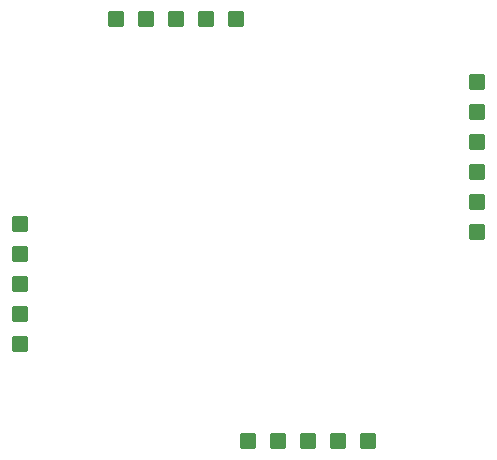
<source format=gbs>
G04 #@! TF.GenerationSoftware,KiCad,Pcbnew,8.0.0-rc1*
G04 #@! TF.CreationDate,2024-10-05T12:40:09+03:00*
G04 #@! TF.ProjectId,EC25_module,45433235-5f6d-46f6-9475-6c652e6b6963,rev?*
G04 #@! TF.SameCoordinates,Original*
G04 #@! TF.FileFunction,Soldermask,Bot*
G04 #@! TF.FilePolarity,Negative*
%FSLAX46Y46*%
G04 Gerber Fmt 4.6, Leading zero omitted, Abs format (unit mm)*
G04 Created by KiCad (PCBNEW 8.0.0-rc1) date 2024-10-05 12:40:09*
%MOMM*%
%LPD*%
G01*
G04 APERTURE LIST*
G04 Aperture macros list*
%AMRoundRect*
0 Rectangle with rounded corners*
0 $1 Rounding radius*
0 $2 $3 $4 $5 $6 $7 $8 $9 X,Y pos of 4 corners*
0 Add a 4 corners polygon primitive as box body*
4,1,4,$2,$3,$4,$5,$6,$7,$8,$9,$2,$3,0*
0 Add four circle primitives for the rounded corners*
1,1,$1+$1,$2,$3*
1,1,$1+$1,$4,$5*
1,1,$1+$1,$6,$7*
1,1,$1+$1,$8,$9*
0 Add four rect primitives between the rounded corners*
20,1,$1+$1,$2,$3,$4,$5,0*
20,1,$1+$1,$4,$5,$6,$7,0*
20,1,$1+$1,$6,$7,$8,$9,0*
20,1,$1+$1,$8,$9,$2,$3,0*%
G04 Aperture macros list end*
%ADD10RoundRect,0.040000X-0.600000X0.625000X-0.600000X-0.625000X0.600000X-0.625000X0.600000X0.625000X0*%
%ADD11RoundRect,0.040000X0.600000X-0.625000X0.600000X0.625000X-0.600000X0.625000X-0.600000X-0.625000X0*%
%ADD12RoundRect,0.040000X0.625000X0.600000X-0.625000X0.600000X-0.625000X-0.600000X0.625000X-0.600000X0*%
%ADD13RoundRect,0.040000X-0.625000X-0.600000X0.625000X-0.600000X0.625000X0.600000X-0.625000X0.600000X0*%
G04 APERTURE END LIST*
D10*
X125330000Y-78125000D03*
X122790000Y-78125000D03*
X120250000Y-78125000D03*
X117710000Y-78125000D03*
X115170000Y-78125000D03*
D11*
X126320000Y-113875000D03*
X128860000Y-113875000D03*
X131400000Y-113875000D03*
X133940000Y-113875000D03*
X136480000Y-113875000D03*
D12*
X145765000Y-96180000D03*
X145765000Y-93640000D03*
X145765000Y-91100000D03*
X145765000Y-88560000D03*
X145765000Y-86020000D03*
X145765000Y-83480000D03*
D13*
X107005000Y-95450000D03*
X107005000Y-97990000D03*
X107005000Y-100530000D03*
X107005000Y-103070000D03*
X107005000Y-105610000D03*
M02*

</source>
